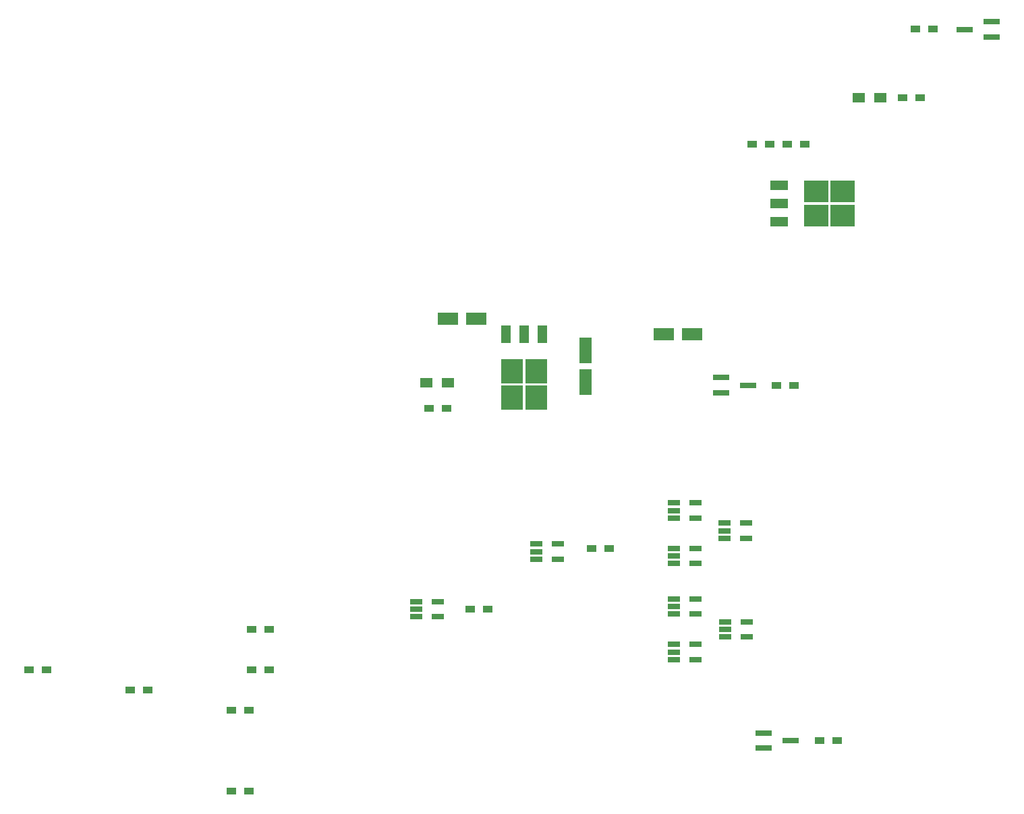
<source format=gbr>
G04 #@! TF.GenerationSoftware,KiCad,Pcbnew,(5.1.0)-1*
G04 #@! TF.CreationDate,2019-03-27T23:46:10-05:00*
G04 #@! TF.ProjectId,LatheControl,4c617468-6543-46f6-9e74-726f6c2e6b69,rev?*
G04 #@! TF.SameCoordinates,Original*
G04 #@! TF.FileFunction,Paste,Top*
G04 #@! TF.FilePolarity,Positive*
%FSLAX46Y46*%
G04 Gerber Fmt 4.6, Leading zero omitted, Abs format (unit mm)*
G04 Created by KiCad (PCBNEW (5.1.0)-1) date 2019-03-27 23:46:10*
%MOMM*%
%LPD*%
G04 APERTURE LIST*
%ADD10R,2.000000X0.700000*%
%ADD11R,2.600000X1.600000*%
%ADD12R,1.500000X3.200000*%
%ADD13R,1.500000X1.300000*%
%ADD14R,1.200000X0.900000*%
%ADD15R,2.200000X1.200000*%
%ADD16R,3.050000X2.750000*%
%ADD17R,1.200000X2.200000*%
%ADD18R,2.750000X3.050000*%
%ADD19R,1.560000X0.650000*%
G04 APERTURE END LIST*
D10*
X155956000Y-75438000D03*
X155956000Y-73538000D03*
X152556000Y-74488000D03*
D11*
X91271500Y-110807500D03*
X87671500Y-110807500D03*
X114786000Y-112776000D03*
X118386000Y-112776000D03*
D12*
X104965500Y-118808000D03*
X104965500Y-114808000D03*
D13*
X141986000Y-83058000D03*
X139286000Y-83058000D03*
X84993500Y-118872000D03*
X87693500Y-118872000D03*
D14*
X146390000Y-74422000D03*
X148590000Y-74422000D03*
X128057000Y-88900000D03*
X125857000Y-88900000D03*
X132502000Y-88900000D03*
X130302000Y-88900000D03*
X144780000Y-83058000D03*
X146980000Y-83058000D03*
X85366500Y-122110500D03*
X87566500Y-122110500D03*
D15*
X129277000Y-94113000D03*
X129277000Y-96393000D03*
X129277000Y-98673000D03*
D16*
X137252000Y-97918000D03*
X133902000Y-94868000D03*
X137252000Y-94868000D03*
X133902000Y-97918000D03*
D17*
X99568000Y-112776000D03*
X97288000Y-112776000D03*
X95008000Y-112776000D03*
D18*
X95763000Y-120751000D03*
X98813000Y-117401000D03*
X98813000Y-120751000D03*
X95763000Y-117401000D03*
D10*
X121949000Y-118239500D03*
X121949000Y-120139500D03*
X125349000Y-119189500D03*
X127332000Y-162880000D03*
X127332000Y-164780000D03*
X130732000Y-163830000D03*
D14*
X131105000Y-119189500D03*
X128905000Y-119189500D03*
X136566000Y-163830000D03*
X134366000Y-163830000D03*
D19*
X116045000Y-146055000D03*
X116045000Y-147005000D03*
X116045000Y-147955000D03*
X118745000Y-147955000D03*
X118745000Y-146055000D03*
D14*
X35138000Y-154940000D03*
X37338000Y-154940000D03*
X47838000Y-157480000D03*
X50038000Y-157480000D03*
X60538000Y-170180000D03*
X62738000Y-170180000D03*
X60538000Y-160020000D03*
X62738000Y-160020000D03*
X63078000Y-154940000D03*
X65278000Y-154940000D03*
X63078000Y-149860000D03*
X65278000Y-149860000D03*
D19*
X116045000Y-151770000D03*
X116045000Y-152720000D03*
X116045000Y-153670000D03*
X118745000Y-153670000D03*
X118745000Y-151770000D03*
X116045000Y-133985000D03*
X116045000Y-134935000D03*
X116045000Y-135885000D03*
X118745000Y-135885000D03*
X118745000Y-133985000D03*
X116045000Y-139705000D03*
X116045000Y-140655000D03*
X116045000Y-141605000D03*
X118745000Y-141605000D03*
X118745000Y-139705000D03*
X122475000Y-148910000D03*
X122475000Y-149860000D03*
X122475000Y-150810000D03*
X125175000Y-150810000D03*
X125175000Y-148910000D03*
X122395000Y-136525000D03*
X122395000Y-137475000D03*
X122395000Y-138425000D03*
X125095000Y-138425000D03*
X125095000Y-136525000D03*
D14*
X105750000Y-139700000D03*
X107950000Y-139700000D03*
X90510000Y-147320000D03*
X92710000Y-147320000D03*
D19*
X83740000Y-146370000D03*
X83740000Y-147320000D03*
X83740000Y-148270000D03*
X86440000Y-148270000D03*
X86440000Y-146370000D03*
X98805001Y-139145001D03*
X98805001Y-140095001D03*
X98805001Y-141045001D03*
X101505001Y-141045001D03*
X101505001Y-139145001D03*
M02*

</source>
